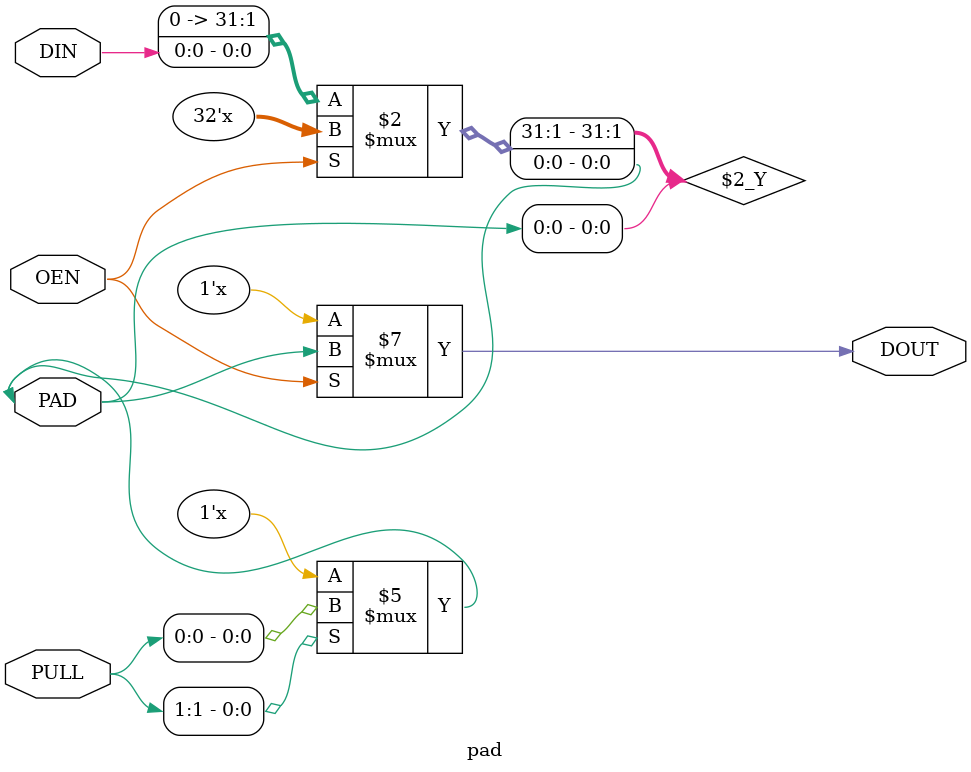
<source format=v>
module pad(
    //DIN, pad driver when pad configured as output
    //OEN, pad direction(1-input, o-output)
    input        DIN, OEN ,
    //pull function (00,01-dispull, 10-pullup, 11-pulldown)
    input [1:0]  PULL ,
    inout        PAD ,
    //pad load when pad configured as input
    output reg   DOUT
    );
 
    //input:(not effect pad external input logic), output: DIN->PAD
    assign       PAD = OEN? 'bz : DIN ;
 
    //input:(PAD->DOUT)
    always @(*) begin
        if (OEN == 1) begin //input
            DOUT   = PAD ;
        end
        else begin
            DOUT   = 'bz ;
        end
    end
 
    //use tristate gate in Verilog to realize pull up/down function
    bufif1  puller(PAD, PULL[0], PULL[1]);
 
endmodule

</source>
